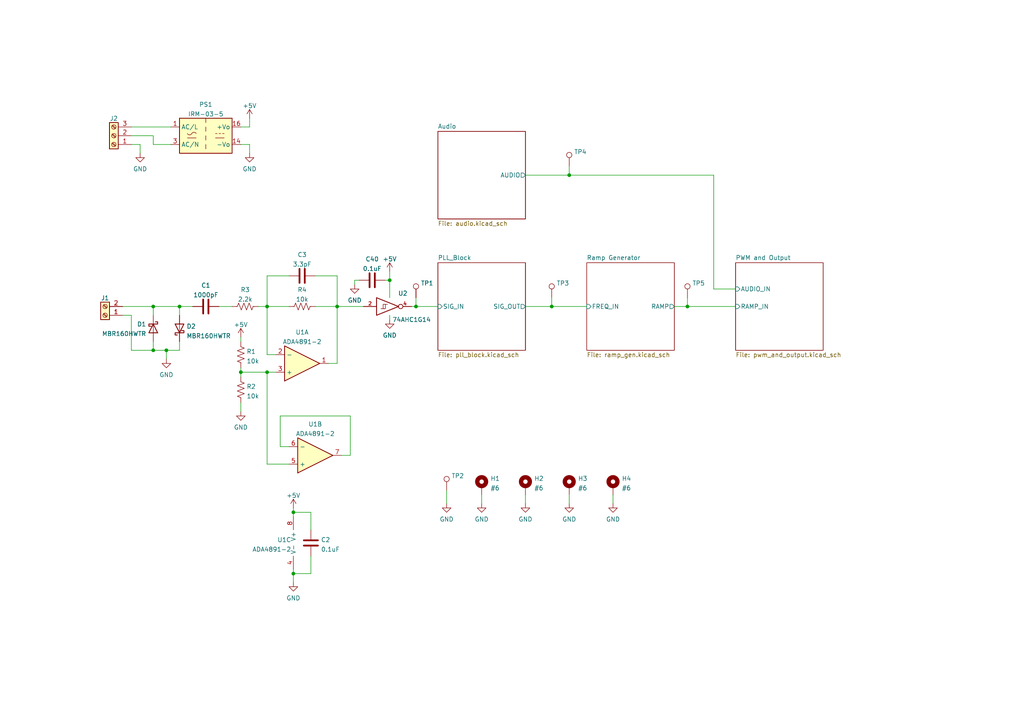
<source format=kicad_sch>
(kicad_sch (version 20211123) (generator eeschema)
  (paper "A4")
  (lib_symbols
    (symbol "74xGxx:74AHC1G14" (pin_names (offset 1.016))
      (property "Reference" "U" (at -2.54 3.81 0))
      (property "Value" "74AHC1G14" (at 0 -3.81 0))
      (symbol "74AHC1G14_0_1"
        (polyline (pts (xy -1.905 -0.635) (xy -1.27 -0.635) (xy -1.27 0.635)))
        (polyline (pts (xy -3.81 2.54) (xy -3.81 -2.54) (xy 2.54 0) (xy -3.81 2.54)) (stroke (width 0.254)))
        (polyline (pts (xy -2.54 -0.635) (xy -1.905 -0.635) (xy -1.905 0.635) (xy -0.635 0.635)))
      )
      (symbol "74AHC1G14_1_1"
        (pin input line (at -7.62 0 0) (length 3.81) (name "~") (number "2"))
        (pin power_in line (at 0 -2.54 270) (length 0) hide (name "GND") (number "3"))
        (pin output inverted (at 6.35 0 180) (length 3.81) (name "~") (number "4"))
        (pin power_in line (at 0 2.54 90) (length 0) hide (name "VCC") (number "5"))
      )
    )
    (symbol "Connector:Screw_Terminal_01x02" (pin_names (offset 1.016) hide)
      (property "Reference" "J" (at 0 2.54 0))
      (property "Value" "Screw_Terminal_01x02" (at 0 -5.08 0))
      (symbol "Screw_Terminal_01x02_1_1"
        (rectangle (start -1.27 1.27) (end 1.27 -3.81) (stroke (width 0.254)) (fill (type background)))
        (circle (center 0 -2.54) (radius 0.635) (stroke (width 0.1524)))
        (polyline (pts (xy -0.5334 -2.2098) (xy 0.3302 -3.048)) (stroke (width 0.1524)))
        (polyline (pts (xy -0.5334 0.3302) (xy 0.3302 -0.508)) (stroke (width 0.1524)))
        (polyline (pts (xy -0.3556 -2.032) (xy 0.508 -2.8702)) (stroke (width 0.1524)))
        (polyline (pts (xy -0.3556 0.508) (xy 0.508 -0.3302)) (stroke (width 0.1524)))
        (circle (center 0 0) (radius 0.635) (stroke (width 0.1524)))
        (pin passive line (at -5.08 0 0) (length 3.81) (name "Pin_1") (number "1"))
        (pin passive line (at -5.08 -2.54 0) (length 3.81) (name "Pin_2") (number "2"))
      )
    )
    (symbol "Connector:Screw_Terminal_01x03" (pin_names (offset 1.016) hide)
      (property "Reference" "J" (at 0 5.08 0))
      (property "Value" "Screw_Terminal_01x03" (at 0 -5.08 0))
      (symbol "Screw_Terminal_01x03_1_1"
        (rectangle (start -1.27 3.81) (end 1.27 -3.81) (stroke (width 0.254)) (fill (type background)))
        (circle (center 0 -2.54) (radius 0.635) (stroke (width 0.1524)))
        (polyline (pts (xy -0.5334 -2.2098) (xy 0.3302 -3.048)) (stroke (width 0.1524)))
        (polyline (pts (xy -0.5334 0.3302) (xy 0.3302 -0.508)) (stroke (width 0.1524)))
        (polyline (pts (xy -0.5334 2.8702) (xy 0.3302 2.032)) (stroke (width 0.1524)))
        (polyline (pts (xy -0.3556 -2.032) (xy 0.508 -2.8702)) (stroke (width 0.1524)))
        (polyline (pts (xy -0.3556 0.508) (xy 0.508 -0.3302)) (stroke (width 0.1524)))
        (polyline (pts (xy -0.3556 3.048) (xy 0.508 2.2098)) (stroke (width 0.1524)))
        (circle (center 0 0) (radius 0.635) (stroke (width 0.1524)))
        (circle (center 0 2.54) (radius 0.635) (stroke (width 0.1524)))
        (pin passive line (at -5.08 2.54 0) (length 3.81) (name "Pin_1") (number "1"))
        (pin passive line (at -5.08 0 0) (length 3.81) (name "Pin_2") (number "2"))
        (pin passive line (at -5.08 -2.54 0) (length 3.81) (name "Pin_3") (number "3"))
      )
    )
    (symbol "Connector:TestPoint" (pin_numbers hide) (pin_names (offset 0.762) hide)
      (property "Reference" "TP" (at 0 6.858 0))
      (property "Value" "TestPoint" (at 0 5.08 0))
      (symbol "TestPoint_0_1"
        (circle (center 0 3.302) (radius 0.762))
      )
      (symbol "TestPoint_1_1"
        (pin passive line (at 0 0 90) (length 2.54) (name "1") (number "1"))
      )
    )
    (symbol "Converter_ACDC:IRM-03-5"
      (property "Reference" "PS" (at 0 6.35 0))
      (property "Value" "IRM-03-5" (at 0 -6.35 0))
      (symbol "IRM-03-5_0_1"
        (rectangle (start -7.62 5.08) (end 7.62 -5.08) (stroke (width 0.254)) (fill (type background)))
        (arc (start -5.334 0.635) (mid -4.699 0.2495) (end -4.064 0.635))
        (arc (start -2.794 0.635) (mid -3.429 1.0072) (end -4.064 0.635))
        (polyline (pts (xy -5.334 -0.635) (xy -2.794 -0.635)))
        (polyline (pts (xy 0 -2.54) (xy 0 -3.81)))
        (polyline (pts (xy 0 0) (xy 0 -1.27)))
        (polyline (pts (xy 0 2.54) (xy 0 1.27)))
        (polyline (pts (xy 0 5.08) (xy 0 3.81)))
        (polyline (pts (xy 2.794 -0.635) (xy 5.334 -0.635)))
        (polyline (pts (xy 2.794 0.635) (xy 3.302 0.635)))
        (polyline (pts (xy 3.81 0.635) (xy 4.318 0.635)))
        (polyline (pts (xy 4.826 0.635) (xy 5.334 0.635)))
      )
      (symbol "IRM-03-5_1_1"
        (pin power_in line (at -10.16 2.54 0) (length 2.54) (name "AC/L") (number "1"))
        (pin power_out line (at 10.16 -2.54 180) (length 2.54) (name "-Vo") (number "14"))
        (pin power_out line (at 10.16 2.54 180) (length 2.54) (name "+Vo") (number "16"))
        (pin power_in line (at -10.16 -2.54 0) (length 2.54) (name "AC/N") (number "3"))
        (pin no_connect line (at -7.62 0 0) (length 2.54) hide (name "NC") (number "5"))
      )
    )
    (symbol "Device:C" (pin_numbers hide) (pin_names (offset 0.254))
      (property "Reference" "C" (at 0.635 2.54 0))
      (property "Value" "C" (at 0.635 -2.54 0))
      (symbol "C_0_1"
        (polyline (pts (xy -2.032 -0.762) (xy 2.032 -0.762)) (stroke (width 0.508)))
        (polyline (pts (xy -2.032 0.762) (xy 2.032 0.762)) (stroke (width 0.508)))
      )
      (symbol "C_1_1"
        (pin passive line (at 0 3.81 270) (length 2.794) (name "~") (number "1"))
        (pin passive line (at 0 -3.81 90) (length 2.794) (name "~") (number "2"))
      )
    )
    (symbol "Device:D_Schottky" (pin_numbers hide) (pin_names (offset 1.016) hide)
      (property "Reference" "D" (at 0 2.54 0))
      (property "Value" "D_Schottky" (at 0 -2.54 0))
      (symbol "D_Schottky_0_1"
        (polyline (pts (xy 1.27 0) (xy -1.27 0)))
        (polyline (pts (xy 1.27 1.27) (xy 1.27 -1.27) (xy -1.27 0) (xy 1.27 1.27)) (stroke (width 0.254)))
        (polyline (pts (xy -1.905 0.635) (xy -1.905 1.27) (xy -1.27 1.27) (xy -1.27 -1.27) (xy -0.635 -1.27) (xy -0.635 -0.635)) (stroke (width 0.254)))
      )
      (symbol "D_Schottky_1_1"
        (pin passive line (at -3.81 0 0) (length 2.54) (name "K") (number "1"))
        (pin passive line (at 3.81 0 180) (length 2.54) (name "A") (number "2"))
      )
    )
    (symbol "Device:Opamp_Dual"
      (property "Reference" "U" (at 0 5.08 0))
      (property "Value" "Opamp_Dual" (at 0 -5.08 0))
      (symbol "Opamp_Dual_1_1"
        (polyline (pts (xy -5.08 5.08) (xy 5.08 0) (xy -5.08 -5.08) (xy -5.08 5.08)) (stroke (width 0.254)) (fill (type background)))
        (pin output line (at 7.62 0 180) (length 2.54) (name "~") (number "1"))
        (pin input line (at -7.62 -2.54 0) (length 2.54) (name "-") (number "2"))
        (pin input line (at -7.62 2.54 0) (length 2.54) (name "+") (number "3"))
      )
      (symbol "Opamp_Dual_2_1"
        (polyline (pts (xy -5.08 5.08) (xy 5.08 0) (xy -5.08 -5.08) (xy -5.08 5.08)) (stroke (width 0.254)) (fill (type background)))
        (pin input line (at -7.62 2.54 0) (length 2.54) (name "+") (number "5"))
        (pin input line (at -7.62 -2.54 0) (length 2.54) (name "-") (number "6"))
        (pin output line (at 7.62 0 180) (length 2.54) (name "~") (number "7"))
      )
      (symbol "Opamp_Dual_3_1"
        (pin power_in line (at -2.54 -7.62 90) (length 3.81) (name "V-") (number "4"))
        (pin power_in line (at -2.54 7.62 270) (length 3.81) (name "V+") (number "8"))
      )
    )
    (symbol "Device:R_US" (pin_numbers hide) (pin_names (offset 0))
      (property "Reference" "R" (at 2.54 0 90))
      (property "Value" "R_US" (at -2.54 0 90))
      (symbol "R_US_0_1"
        (polyline (pts (xy 0 -2.286) (xy 0 -2.54)))
        (polyline (pts (xy 0 2.286) (xy 0 2.54)))
        (polyline (pts (xy 0 -0.762) (xy 1.016 -1.143) (xy 0 -1.524) (xy -1.016 -1.905) (xy 0 -2.286)))
        (polyline (pts (xy 0 0.762) (xy 1.016 0.381) (xy 0 0) (xy -1.016 -0.381) (xy 0 -0.762)))
        (polyline (pts (xy 0 2.286) (xy 1.016 1.905) (xy 0 1.524) (xy -1.016 1.143) (xy 0 0.762)))
      )
      (symbol "R_US_1_1"
        (pin passive line (at 0 3.81 270) (length 1.27) (name "~") (number "1"))
        (pin passive line (at 0 -3.81 90) (length 1.27) (name "~") (number "2"))
      )
    )
    (symbol "Mechanical:MountingHole_Pad" (pin_numbers hide) (pin_names (offset 1.016) hide)
      (property "Reference" "H" (at 0 6.35 0))
      (property "Value" "MountingHole_Pad" (at 0 4.445 0))
      (symbol "MountingHole_Pad_0_1"
        (circle (center 0 1.27) (radius 1.27) (stroke (width 1.27)))
      )
      (symbol "MountingHole_Pad_1_1"
        (pin input line (at 0 -2.54 90) (length 2.54) (name "1") (number "1"))
      )
    )
    (symbol "power:+5V" (power) (pin_names (offset 0))
      (property "Value" "+5V" (at 0 3.556 0))
      (symbol "+5V_0_1"
        (polyline (pts (xy -0.762 1.27) (xy 0 2.54)))
        (polyline (pts (xy 0 0) (xy 0 2.54)))
        (polyline (pts (xy 0 2.54) (xy 0.762 1.27)))
      )
      (symbol "+5V_1_1"
        (pin power_in line (at 0 0 90) (length 0) hide (name "+5V") (number "1"))
      )
    )
    (symbol "power:GND" (power) (pin_names (offset 0))
      (property "Value" "GND" (at 0 -3.81 0))
      (symbol "GND_0_1"
        (polyline (pts (xy 0 0) (xy 0 -1.27) (xy 1.27 -1.27) (xy 0 -2.54) (xy -1.27 -1.27) (xy 0 -1.27)))
      )
      (symbol "GND_1_1"
        (pin power_in line (at 0 0 270) (length 0) hide (name "GND") (number "1"))
      )
    )
  )
  (junction (at 97.79 88.9))
  (junction (at 165.1 50.8))
  (junction (at 113.03 81.28))
  (junction (at 69.85 107.95))
  (junction (at 44.45 88.9))
  (junction (at 52.07 88.9))
  (junction (at 77.47 107.95))
  (junction (at 44.45 101.6))
  (junction (at 85.09 166.37))
  (junction (at 120.65 88.9))
  (junction (at 85.09 148.59))
  (junction (at 48.26 101.6))
  (junction (at 77.47 88.9))
  (junction (at 199.39 88.9))
  (junction (at 160.02 88.9))
  (wire (pts (xy 77.47 80.01) (xy 77.47 88.9)))
  (wire (pts (xy 207.01 83.82) (xy 213.36 83.82)))
  (wire (pts (xy 97.79 88.9) (xy 105.41 88.9)))
  (wire (pts (xy 97.79 88.9) (xy 97.79 105.41)))
  (wire (pts (xy 119.38 88.9) (xy 120.65 88.9)))
  (wire (pts (xy 160.02 86.36) (xy 160.02 88.9)))
  (wire (pts (xy 120.65 88.9) (xy 127 88.9)))
  (wire (pts (xy 81.28 129.54) (xy 81.28 120.65)))
  (wire (pts (xy 113.03 78.74) (xy 113.03 81.28)))
  (wire (pts (xy 38.1 36.83) (xy 49.53 36.83)))
  (wire (pts (xy 101.6 120.65) (xy 101.6 132.08)))
  (wire (pts (xy 52.07 88.9) (xy 52.07 91.44)))
  (wire (pts (xy 85.09 166.37) (xy 90.17 166.37)))
  (wire (pts (xy 85.09 166.37) (xy 85.09 168.91)))
  (wire (pts (xy 44.45 41.91) (xy 49.53 41.91)))
  (wire (pts (xy 52.07 101.6) (xy 52.07 99.06)))
  (wire (pts (xy 97.79 105.41) (xy 95.25 105.41)))
  (wire (pts (xy 38.1 39.37) (xy 44.45 39.37)))
  (wire (pts (xy 129.54 142.24) (xy 129.54 146.05)))
  (wire (pts (xy 69.85 107.95) (xy 69.85 109.22)))
  (wire (pts (xy 38.1 101.6) (xy 44.45 101.6)))
  (wire (pts (xy 90.17 166.37) (xy 90.17 161.29)))
  (wire (pts (xy 195.58 88.9) (xy 199.39 88.9)))
  (wire (pts (xy 101.6 132.08) (xy 99.06 132.08)))
  (wire (pts (xy 69.85 41.91) (xy 72.39 41.91)))
  (wire (pts (xy 80.01 102.87) (xy 77.47 102.87)))
  (wire (pts (xy 113.03 81.28) (xy 113.03 86.36)))
  (wire (pts (xy 69.85 107.95) (xy 77.47 107.95)))
  (wire (pts (xy 40.64 41.91) (xy 40.64 44.45)))
  (wire (pts (xy 77.47 88.9) (xy 74.93 88.9)))
  (wire (pts (xy 91.44 80.01) (xy 97.79 80.01)))
  (wire (pts (xy 199.39 88.9) (xy 213.36 88.9)))
  (wire (pts (xy 207.01 50.8) (xy 165.1 50.8)))
  (wire (pts (xy 120.65 86.36) (xy 120.65 88.9)))
  (wire (pts (xy 77.47 134.62) (xy 83.82 134.62)))
  (wire (pts (xy 85.09 166.37) (xy 85.09 165.1)))
  (wire (pts (xy 85.09 148.59) (xy 85.09 149.86)))
  (wire (pts (xy 72.39 41.91) (xy 72.39 44.45)))
  (wire (pts (xy 77.47 107.95) (xy 80.01 107.95)))
  (wire (pts (xy 69.85 36.83) (xy 72.39 36.83)))
  (wire (pts (xy 35.56 91.44) (xy 38.1 91.44)))
  (wire (pts (xy 44.45 88.9) (xy 52.07 88.9)))
  (wire (pts (xy 48.26 101.6) (xy 52.07 101.6)))
  (wire (pts (xy 83.82 80.01) (xy 77.47 80.01)))
  (wire (pts (xy 91.44 88.9) (xy 97.79 88.9)))
  (wire (pts (xy 90.17 148.59) (xy 85.09 148.59)))
  (wire (pts (xy 85.09 147.32) (xy 85.09 148.59)))
  (wire (pts (xy 113.03 91.44) (xy 113.03 92.71)))
  (wire (pts (xy 111.76 81.28) (xy 113.03 81.28)))
  (wire (pts (xy 165.1 50.8) (xy 152.4 50.8)))
  (wire (pts (xy 165.1 143.51) (xy 165.1 146.05)))
  (wire (pts (xy 35.56 88.9) (xy 44.45 88.9)))
  (wire (pts (xy 69.85 116.84) (xy 69.85 119.38)))
  (wire (pts (xy 90.17 153.67) (xy 90.17 148.59)))
  (wire (pts (xy 160.02 88.9) (xy 170.18 88.9)))
  (wire (pts (xy 139.7 143.51) (xy 139.7 146.05)))
  (wire (pts (xy 81.28 120.65) (xy 101.6 120.65)))
  (wire (pts (xy 52.07 88.9) (xy 55.88 88.9)))
  (wire (pts (xy 152.4 88.9) (xy 160.02 88.9)))
  (wire (pts (xy 102.87 81.28) (xy 102.87 82.55)))
  (wire (pts (xy 44.45 101.6) (xy 48.26 101.6)))
  (wire (pts (xy 69.85 106.68) (xy 69.85 107.95)))
  (wire (pts (xy 83.82 129.54) (xy 81.28 129.54)))
  (wire (pts (xy 177.8 143.51) (xy 177.8 146.05)))
  (wire (pts (xy 72.39 34.29) (xy 72.39 36.83)))
  (wire (pts (xy 44.45 91.44) (xy 44.45 88.9)))
  (wire (pts (xy 44.45 39.37) (xy 44.45 41.91)))
  (wire (pts (xy 44.45 99.06) (xy 44.45 101.6)))
  (wire (pts (xy 199.39 86.36) (xy 199.39 88.9)))
  (wire (pts (xy 97.79 80.01) (xy 97.79 88.9)))
  (wire (pts (xy 77.47 88.9) (xy 83.82 88.9)))
  (wire (pts (xy 77.47 102.87) (xy 77.47 88.9)))
  (wire (pts (xy 69.85 97.79) (xy 69.85 99.06)))
  (wire (pts (xy 48.26 101.6) (xy 48.26 104.14)))
  (wire (pts (xy 63.5 88.9) (xy 67.31 88.9)))
  (wire (pts (xy 104.14 81.28) (xy 102.87 81.28)))
  (wire (pts (xy 152.4 143.51) (xy 152.4 146.05)))
  (wire (pts (xy 38.1 41.91) (xy 40.64 41.91)))
  (wire (pts (xy 165.1 48.26) (xy 165.1 50.8)))
  (wire (pts (xy 77.47 107.95) (xy 77.47 134.62)))
  (wire (pts (xy 38.1 91.44) (xy 38.1 101.6)))
  (wire (pts (xy 207.01 83.82) (xy 207.01 50.8)))
  (symbol (lib_id "power:GND") (at 129.54 146.05 0) (unit 1)
    (property "Reference" "#PWR082" (effects hide))
    (property "Value" "GND" (at 129.54 150.6125 0))
  )
  (symbol (lib_id "Connector:TestPoint") (at 165.1 48.26 0) (unit 1)
    (property "Reference" "TP4" (at 166.497 44.0495 0) (effects (justify left)))
    (property "Value" "TestPoint" (effects hide))
    (property "Footprint" "TestPoint:TestPoint_Bridge_Pitch2.54mm_Drill1.0mm" (effects hide))
  )
  (symbol (lib_id "Device:R_US") (at 87.63 88.9 90) (unit 1)
    (property "Reference" "R4" (at 87.63 84.0445 90))
    (property "Value" "10k" (at 87.63 86.8196 90))
    (property "Footprint" "Resistor_SMD:R_0805_2012Metric" (effects hide))
  )
  (symbol (lib_id "Connector:TestPoint") (at 120.65 86.36 0) (unit 1)
    (property "Reference" "TP1" (at 122.047 82.1495 0) (effects (justify left)))
    (property "Value" "TestPoint" (effects hide))
    (property "Footprint" "TestPoint:TestPoint_Bridge_Pitch2.54mm_Drill1.0mm" (effects hide))
  )
  (symbol (lib_id "power:GND") (at 48.26 104.14 0) (unit 1)
    (property "Reference" "#PWR02" (effects hide))
    (property "Value" "GND" (at 48.26 108.7025 0))
  )
  (symbol (lib_id "power:+5V") (at 85.09 147.32 0) (unit 1)
    (property "Reference" "#PWR03" (effects hide))
    (property "Value" "+5V" (at 85.09 143.7155 0))
  )
  (symbol (lib_id "74xGxx:74AHC1G14") (at 113.03 88.9 0) (unit 1)
    (property "Reference" "U2" (at 116.84 85.09 0))
    (property "Value" "74AHC1G14" (at 119.38 92.71 0))
    (property "Footprint" "Package_TO_SOT_SMD:SOT-23-5" (effects hide))
    (property "Datasheet" "https://www.ti.com/lit/ds/symlink/sn74lvc1g14.pdf" (effects hide))
  )
  (symbol (lib_id "power:GND") (at 69.85 119.38 0) (unit 1)
    (property "Reference" "#PWR06" (effects hide))
    (property "Value" "GND" (at 69.85 123.9425 0))
  )
  (symbol (lib_id "power:+5V") (at 113.03 78.74 0) (unit 1)
    (property "Reference" "#PWR09" (effects hide))
    (property "Value" "+5V" (at 113.03 75.1355 0))
  )
  (symbol (lib_id "Device:Opamp_Dual") (at 87.63 157.48 0) (unit 3)
    (property "Reference" "U1" (at 84.4551 156.5715 0) (effects (justify right)))
    (property "Value" "ADA4891-2" (at 84.4551 159.3466 0) (effects (justify right)))
    (property "Footprint" "Package_SO:SOIC-8_3.9x4.9mm_P1.27mm" (effects hide))
  )
  (symbol (lib_id "Device:C") (at 90.17 157.48 180) (unit 1)
    (property "Reference" "C2" (at 93.091 156.5715 0) (effects (justify right)))
    (property "Value" "0.1uF" (at 93.091 159.3466 0) (effects (justify right)))
    (property "Footprint" "Capacitor_SMD:C_0603_1608Metric" (effects hide))
  )
  (symbol (lib_id "power:GND") (at 139.7 146.05 0) (unit 1)
    (property "Reference" "#PWR076" (effects hide))
    (property "Value" "GND" (at 139.7 150.6125 0))
  )
  (symbol (lib_id "power:GND") (at 102.87 82.55 0) (unit 1)
    (property "Reference" "#PWR098" (effects hide))
    (property "Value" "GND" (at 102.87 87.1125 0))
  )
  (symbol (lib_id "Device:C") (at 107.95 81.28 270) (unit 1)
    (property "Reference" "C40" (at 107.95 75.1545 90))
    (property "Value" "0.1uF" (at 107.95 77.9296 90))
    (property "Footprint" "Capacitor_SMD:C_0603_1608Metric" (effects hide))
  )
  (symbol (lib_id "Converter_ACDC:IRM-03-5") (at 59.69 39.37 0) (unit 1)
    (property "Reference" "PS1" (at 59.69 30.3235 0))
    (property "Value" "IRM-03-5" (at 59.69 33.0986 0))
    (property "Footprint" "Converter_ACDC:Converter_ACDC_MeanWell_IRM-03-xx_THT" (effects hide))
    (property "Datasheet" "https://www.meanwell.com/Upload/PDF/IRM-03/IRM-03-SPEC.PDF" (effects hide))
  )
  (symbol (lib_id "Connector:TestPoint") (at 129.54 142.24 0) (unit 1)
    (property "Reference" "TP2" (at 130.937 138.0295 0) (effects (justify left)))
    (property "Value" "TestPoint" (effects hide))
    (property "Footprint" "TestPoint:TestPoint_Bridge_Pitch2.54mm_Drill1.0mm" (effects hide))
  )
  (symbol (lib_id "Device:D_Schottky") (at 52.07 95.25 90) (unit 1)
    (property "Reference" "D2" (at 54.102 94.659 90) (effects (justify right)))
    (property "Value" "MBR160HWTR" (at 54.102 97.4341 90) (effects (justify right)))
    (property "Footprint" "Diode_SMD:D_SOD-123" (effects hide))
    (property "MFG_PN" "MBR160HWTR" (effects hide))
  )
  (symbol (lib_id "Connector:Screw_Terminal_01x02") (at 30.48 91.44 180) (unit 1)
    (property "Reference" "J1" (at 30.48 86.4385 0))
    (property "Value" "Screw_Terminal_01x02" (effects hide))
    (property "Footprint" "Connector_Phoenix_MC:PhoenixContact_MC_1,5_2-G-3.81_1x02_P3.81mm_Horizontal" (effects hide))
  )
  (symbol (lib_id "Connector:TestPoint") (at 160.02 86.36 0) (unit 1)
    (property "Reference" "TP3" (at 161.417 82.1495 0) (effects (justify left)))
    (property "Value" "TestPoint" (effects hide))
    (property "Footprint" "TestPoint:TestPoint_Bridge_Pitch2.54mm_Drill1.0mm" (effects hide))
  )
  (symbol (lib_id "power:GND") (at 152.4 146.05 0) (unit 1)
    (property "Reference" "#PWR077" (effects hide))
    (property "Value" "GND" (at 152.4 150.6125 0))
  )
  (symbol (lib_id "Connector:TestPoint") (at 199.39 86.36 0) (unit 1)
    (property "Reference" "TP5" (at 200.787 82.1495 0) (effects (justify left)))
    (property "Value" "TestPoint" (effects hide))
    (property "Footprint" "TestPoint:TestPoint_Bridge_Pitch2.54mm_Drill1.0mm" (effects hide))
  )
  (symbol (lib_id "Device:R_US") (at 69.85 102.87 0) (unit 1)
    (property "Reference" "R1" (at 71.501 101.9615 0) (effects (justify left)))
    (property "Value" "10k" (at 71.501 104.7366 0) (effects (justify left)))
    (property "Footprint" "Resistor_SMD:R_0805_2012Metric" (effects hide))
  )
  (symbol (lib_id "Mechanical:MountingHole_Pad") (at 139.7 140.97 0) (unit 1)
    (property "Reference" "H1" (at 142.24 138.7915 0) (effects (justify left)))
    (property "Value" "#6" (at 142.24 141.5666 0) (effects (justify left)))
    (property "Footprint" "MountingHole:MountingHole_3.7mm_Pad_Via" (effects hide))
  )
  (symbol (lib_id "Device:R_US") (at 71.12 88.9 90) (unit 1)
    (property "Reference" "R3" (at 71.12 84.0445 90))
    (property "Value" "2.2k" (at 71.12 86.8196 90))
    (property "Footprint" "Resistor_SMD:R_0805_2012Metric" (effects hide))
  )
  (symbol (lib_id "power:GND") (at 85.09 168.91 0) (unit 1)
    (property "Reference" "#PWR04" (effects hide))
    (property "Value" "GND" (at 85.09 173.4725 0))
  )
  (symbol (lib_id "Mechanical:MountingHole_Pad") (at 177.8 140.97 0) (unit 1)
    (property "Reference" "H4" (at 180.34 138.7915 0) (effects (justify left)))
    (property "Value" "#6" (at 180.34 141.5666 0) (effects (justify left)))
    (property "Footprint" "MountingHole:MountingHole_3.7mm_Pad_Via" (effects hide))
  )
  (symbol (lib_id "Mechanical:MountingHole_Pad") (at 165.1 140.97 0) (unit 1)
    (property "Reference" "H3" (at 167.64 138.7915 0) (effects (justify left)))
    (property "Value" "#6" (at 167.64 141.5666 0) (effects (justify left)))
    (property "Footprint" "MountingHole:MountingHole_3.7mm_Pad_Via" (effects hide))
  )
  (symbol (lib_id "Device:R_US") (at 69.85 113.03 0) (unit 1)
    (property "Reference" "R2" (at 71.501 112.1215 0) (effects (justify left)))
    (property "Value" "10k" (at 71.501 114.8966 0) (effects (justify left)))
    (property "Footprint" "Resistor_SMD:R_0805_2012Metric" (effects hide))
  )
  (symbol (lib_id "Connector:Screw_Terminal_01x03") (at 33.02 39.37 180) (unit 1)
    (property "Reference" "J2" (at 33.02 34.3685 0))
    (property "Value" "Screw_Terminal_01x03" (effects hide))
    (property "Footprint" "Connector_Phoenix_GMSTB:PhoenixContact_GMSTBA_2,5_3-G-7,62_1x03_P7.62mm_Horizontal" (effects hide))
  )
  (symbol (lib_id "power:GND") (at 165.1 146.05 0) (unit 1)
    (property "Reference" "#PWR078" (effects hide))
    (property "Value" "GND" (at 165.1 150.6125 0))
  )
  (symbol (lib_id "power:+5V") (at 72.39 34.29 0) (unit 1)
    (property "Reference" "#PWR07" (effects hide))
    (property "Value" "+5V" (at 72.39 30.6855 0))
  )
  (symbol (lib_id "Device:Opamp_Dual") (at 87.63 105.41 0) (mirror x) (unit 1)
    (property "Reference" "U1" (at 87.63 96.3635 0))
    (property "Value" "ADA4891-2" (at 87.63 99.1386 0))
    (property "Footprint" "Package_SO:SOIC-8_3.9x4.9mm_P1.27mm" (effects hide))
  )
  (symbol (lib_id "Device:C") (at 59.69 88.9 90) (unit 1)
    (property "Reference" "C1" (at 59.69 82.7745 90))
    (property "Value" "1000pF" (at 59.69 85.5496 90))
    (property "Footprint" "Capacitor_SMD:C_0603_1608Metric" (effects hide))
  )
  (symbol (lib_id "Device:D_Schottky") (at 44.45 95.25 270) (unit 1)
    (property "Reference" "D1" (at 42.4181 94.024 90) (effects (justify right)))
    (property "Value" "MBR160HWTR" (at 42.4181 96.7991 90) (effects (justify right)))
    (property "Footprint" "Diode_SMD:D_SOD-123" (effects hide))
    (property "MFG_PN" "MBR160HWTR" (effects hide))
  )
  (symbol (lib_id "Device:Opamp_Dual") (at 91.44 132.08 0) (mirror x) (unit 2)
    (property "Reference" "U1" (at 91.44 123.0335 0))
    (property "Value" "ADA4891-2" (at 91.44 125.8086 0))
    (property "Footprint" "Package_SO:SOIC-8_3.9x4.9mm_P1.27mm" (effects hide))
  )
  (symbol (lib_id "power:+5V") (at 69.85 97.79 0) (unit 1)
    (property "Reference" "#PWR05" (effects hide))
    (property "Value" "+5V" (at 69.85 94.1855 0))
  )
  (symbol (lib_id "power:GND") (at 177.8 146.05 0) (unit 1)
    (property "Reference" "#PWR079" (effects hide))
    (property "Value" "GND" (at 177.8 150.6125 0))
  )
  (symbol (lib_id "Device:C") (at 87.63 80.01 90) (unit 1)
    (property "Reference" "C3" (at 87.63 73.8845 90))
    (property "Value" "3.3pF" (at 87.63 76.6596 90))
    (property "Footprint" "Capacitor_SMD:C_0603_1608Metric" (effects hide))
  )
  (symbol (lib_id "Mechanical:MountingHole_Pad") (at 152.4 140.97 0) (unit 1)
    (property "Reference" "H2" (at 154.94 138.7915 0) (effects (justify left)))
    (property "Value" "#6" (at 154.94 141.5666 0) (effects (justify left)))
    (property "Footprint" "MountingHole:MountingHole_3.7mm_Pad_Via" (effects hide))
  )
  (symbol (lib_id "power:GND") (at 40.64 44.45 0) (unit 1)
    (property "Reference" "#PWR01" (effects hide))
    (property "Value" "GND" (at 40.64 49.0125 0))
  )
  (symbol (lib_id "power:GND") (at 113.03 92.71 0) (unit 1)
    (property "Reference" "#PWR010" (effects hide))
    (property "Value" "GND" (at 113.03 97.2725 0))
  )
  (symbol (lib_id "power:GND") (at 72.39 44.45 0) (unit 1)
    (property "Reference" "#PWR08" (effects hide))
    (property "Value" "GND" (at 72.39 49.0125 0))
  )
  (sheet (at 170.18 76.2) (size 25.4 25.4) (stroke (width 0.1524))
    (property "Sheet name" "Ramp Generator" (at 170.18 75.4884 0) (effects (justify left bottom)))
    (property "Sheet file" "ramp_gen.kicad_sch" (at 170.18 102.1846 0) (effects (justify left top)))
    (pin "FREQ_IN" input (at 170.18 88.9 180))
    (pin "RAMP" output (at 195.58 88.9 0))
  )
  (sheet (at 127 38.1) (size 25.4 25.4) (stroke (width 0.1524))
    (property "Sheet name" "Audio" (at 127 37.3884 0) (effects (justify left bottom)))
    (property "Sheet file" "audio.kicad_sch" (at 127 64.0846 0) (effects (justify left top)))
    (pin "AUDIO" output (at 152.4 50.8 0))
  )
  (sheet (at 213.36 76.2) (size 25.4 25.4) (stroke (width 0.1524))
    (property "Sheet name" "PWM and Output" (at 213.36 75.4884 0) (effects (justify left bottom)))
    (property "Sheet file" "pwm_and_output.kicad_sch" (at 213.36 102.1846 0) (effects (justify left top)))
    (pin "AUDIO_IN" input (at 213.36 83.82 180))
    (pin "RAMP_IN" input (at 213.36 88.9 180))
  )
  (sheet (at 127 76.2) (size 25.4 25.4) (stroke (width 0.1524))
    (property "Sheet name" "PLL_Block" (at 127 75.4884 0) (effects (justify left bottom)))
    (property "Sheet file" "pll_block.kicad_sch" (at 127 102.1846 0) (effects (justify left top)))
    (pin "SIG_IN" input (at 127 88.9 180))
    (pin "SIG_OUT" output (at 152.4 88.9 0))
  )
)
</source>
